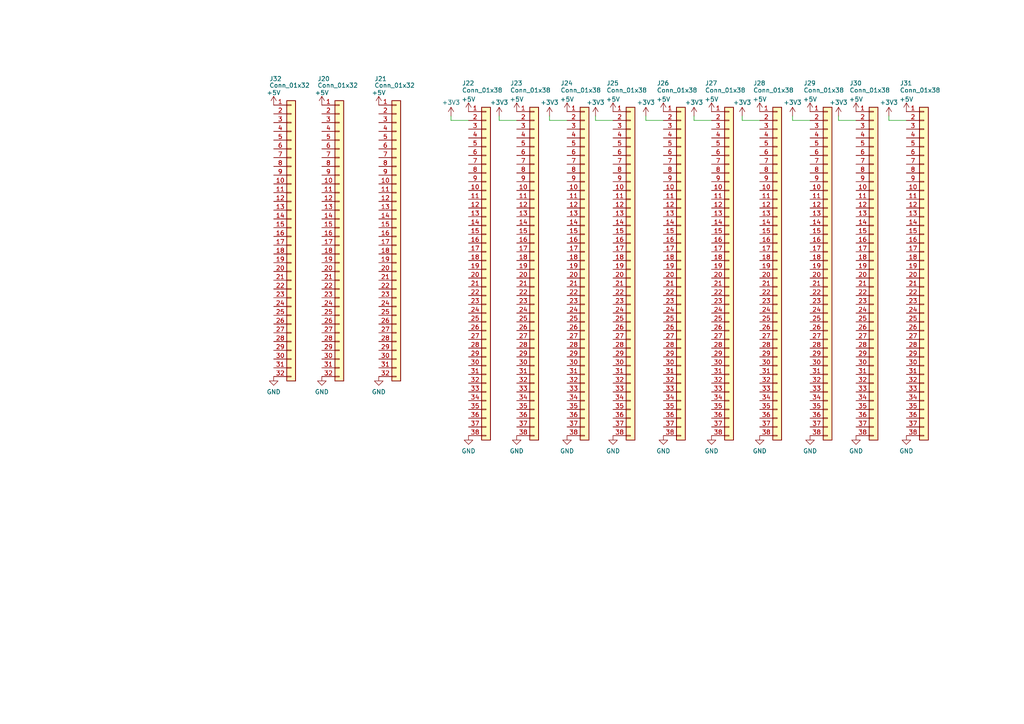
<source format=kicad_sch>
(kicad_sch (version 20230121) (generator eeschema)
  (paper "A4")
  (title_block (title "Unicomp v2 - RAMROM Board") (date "2023-07-06") (rev "v1") (company "100% Offner") (comment 1 "v1: Initial"))
  (lib_symbols
    (symbol "Connector_Generic:Conn_01x32" (pin_names (offset 1.016) hide)
      (property "Reference" "J" (at 0 40.64 0))
      (property "Value" "Conn_01x32" (at 0 -43.18 0))
      (symbol "Conn_01x32_1_1"
        (rectangle (start -1.27 -40.513) (end 0 -40.767) (stroke (width 0.1524)))
        (rectangle (start -1.27 -37.973) (end 0 -38.227) (stroke (width 0.1524)))
        (rectangle (start -1.27 -35.433) (end 0 -35.687) (stroke (width 0.1524)))
        (rectangle (start -1.27 -32.893) (end 0 -33.147) (stroke (width 0.1524)))
        (rectangle (start -1.27 -30.353) (end 0 -30.607) (stroke (width 0.1524)))
        (rectangle (start -1.27 -27.813) (end 0 -28.067) (stroke (width 0.1524)))
        (rectangle (start -1.27 -25.273) (end 0 -25.527) (stroke (width 0.1524)))
        (rectangle (start -1.27 -22.733) (end 0 -22.987) (stroke (width 0.1524)))
        (rectangle (start -1.27 -20.193) (end 0 -20.447) (stroke (width 0.1524)))
        (rectangle (start -1.27 -17.653) (end 0 -17.907) (stroke (width 0.1524)))
        (rectangle (start -1.27 -15.113) (end 0 -15.367) (stroke (width 0.1524)))
        (rectangle (start -1.27 -12.573) (end 0 -12.827) (stroke (width 0.1524)))
        (rectangle (start -1.27 -10.033) (end 0 -10.287) (stroke (width 0.1524)))
        (rectangle (start -1.27 -7.493) (end 0 -7.747) (stroke (width 0.1524)))
        (rectangle (start -1.27 -4.953) (end 0 -5.207) (stroke (width 0.1524)))
        (rectangle (start -1.27 -2.413) (end 0 -2.667) (stroke (width 0.1524)))
        (rectangle (start -1.27 0.127) (end 0 -0.127) (stroke (width 0.1524)))
        (rectangle (start -1.27 2.667) (end 0 2.413) (stroke (width 0.1524)))
        (rectangle (start -1.27 5.207) (end 0 4.953) (stroke (width 0.1524)))
        (rectangle (start -1.27 7.747) (end 0 7.493) (stroke (width 0.1524)))
        (rectangle (start -1.27 10.287) (end 0 10.033) (stroke (width 0.1524)))
        (rectangle (start -1.27 12.827) (end 0 12.573) (stroke (width 0.1524)))
        (rectangle (start -1.27 15.367) (end 0 15.113) (stroke (width 0.1524)))
        (rectangle (start -1.27 17.907) (end 0 17.653) (stroke (width 0.1524)))
        (rectangle (start -1.27 20.447) (end 0 20.193) (stroke (width 0.1524)))
        (rectangle (start -1.27 22.987) (end 0 22.733) (stroke (width 0.1524)))
        (rectangle (start -1.27 25.527) (end 0 25.273) (stroke (width 0.1524)))
        (rectangle (start -1.27 28.067) (end 0 27.813) (stroke (width 0.1524)))
        (rectangle (start -1.27 30.607) (end 0 30.353) (stroke (width 0.1524)))
        (rectangle (start -1.27 33.147) (end 0 32.893) (stroke (width 0.1524)))
        (rectangle (start -1.27 35.687) (end 0 35.433) (stroke (width 0.1524)))
        (rectangle (start -1.27 38.227) (end 0 37.973) (stroke (width 0.1524)))
        (rectangle (start -1.27 39.37) (end 1.27 -41.91) (stroke (width 0.254)) (fill (type background)))
        (pin passive line (at -5.08 38.1 0) (length 3.81) (name "Pin_1") (number "1"))
        (pin passive line (at -5.08 15.24 0) (length 3.81) (name "Pin_10") (number "10"))
        (pin passive line (at -5.08 12.7 0) (length 3.81) (name "Pin_11") (number "11"))
        (pin passive line (at -5.08 10.16 0) (length 3.81) (name "Pin_12") (number "12"))
        (pin passive line (at -5.08 7.62 0) (length 3.81) (name "Pin_13") (number "13"))
        (pin passive line (at -5.08 5.08 0) (length 3.81) (name "Pin_14") (number "14"))
        (pin passive line (at -5.08 2.54 0) (length 3.81) (name "Pin_15") (number "15"))
        (pin passive line (at -5.08 0 0) (length 3.81) (name "Pin_16") (number "16"))
        (pin passive line (at -5.08 -2.54 0) (length 3.81) (name "Pin_17") (number "17"))
        (pin passive line (at -5.08 -5.08 0) (length 3.81) (name "Pin_18") (number "18"))
        (pin passive line (at -5.08 -7.62 0) (length 3.81) (name "Pin_19") (number "19"))
        (pin passive line (at -5.08 35.56 0) (length 3.81) (name "Pin_2") (number "2"))
        (pin passive line (at -5.08 -10.16 0) (length 3.81) (name "Pin_20") (number "20"))
        (pin passive line (at -5.08 -12.7 0) (length 3.81) (name "Pin_21") (number "21"))
        (pin passive line (at -5.08 -15.24 0) (length 3.81) (name "Pin_22") (number "22"))
        (pin passive line (at -5.08 -17.78 0) (length 3.81) (name "Pin_23") (number "23"))
        (pin passive line (at -5.08 -20.32 0) (length 3.81) (name "Pin_24") (number "24"))
        (pin passive line (at -5.08 -22.86 0) (length 3.81) (name "Pin_25") (number "25"))
        (pin passive line (at -5.08 -25.4 0) (length 3.81) (name "Pin_26") (number "26"))
        (pin passive line (at -5.08 -27.94 0) (length 3.81) (name "Pin_27") (number "27"))
        (pin passive line (at -5.08 -30.48 0) (length 3.81) (name "Pin_28") (number "28"))
        (pin passive line (at -5.08 -33.02 0) (length 3.81) (name "Pin_29") (number "29"))
        (pin passive line (at -5.08 33.02 0) (length 3.81) (name "Pin_3") (number "3"))
        (pin passive line (at -5.08 -35.56 0) (length 3.81) (name "Pin_30") (number "30"))
        (pin passive line (at -5.08 -38.1 0) (length 3.81) (name "Pin_31") (number "31"))
        (pin passive line (at -5.08 -40.64 0) (length 3.81) (name "Pin_32") (number "32"))
        (pin passive line (at -5.08 30.48 0) (length 3.81) (name "Pin_4") (number "4"))
        (pin passive line (at -5.08 27.94 0) (length 3.81) (name "Pin_5") (number "5"))
        (pin passive line (at -5.08 25.4 0) (length 3.81) (name "Pin_6") (number "6"))
        (pin passive line (at -5.08 22.86 0) (length 3.81) (name "Pin_7") (number "7"))
        (pin passive line (at -5.08 20.32 0) (length 3.81) (name "Pin_8") (number "8"))
        (pin passive line (at -5.08 17.78 0) (length 3.81) (name "Pin_9") (number "9"))
      )
    )
    (symbol "Connector_Generic:Conn_01x38" (pin_names (offset 1.016) hide)
      (property "Reference" "J" (at 0 48.26 0))
      (property "Value" "Conn_01x38" (at 0 -50.8 0))
      (symbol "Conn_01x38_1_1"
        (rectangle (start -1.27 -48.133) (end 0 -48.387) (stroke (width 0.1524)))
        (rectangle (start -1.27 -45.593) (end 0 -45.847) (stroke (width 0.1524)))
        (rectangle (start -1.27 -43.053) (end 0 -43.307) (stroke (width 0.1524)))
        (rectangle (start -1.27 -40.513) (end 0 -40.767) (stroke (width 0.1524)))
        (rectangle (start -1.27 -37.973) (end 0 -38.227) (stroke (width 0.1524)))
        (rectangle (start -1.27 -35.433) (end 0 -35.687) (stroke (width 0.1524)))
        (rectangle (start -1.27 -32.893) (end 0 -33.147) (stroke (width 0.1524)))
        (rectangle (start -1.27 -30.353) (end 0 -30.607) (stroke (width 0.1524)))
        (rectangle (start -1.27 -27.813) (end 0 -28.067) (stroke (width 0.1524)))
        (rectangle (start -1.27 -25.273) (end 0 -25.527) (stroke (width 0.1524)))
        (rectangle (start -1.27 -22.733) (end 0 -22.987) (stroke (width 0.1524)))
        (rectangle (start -1.27 -20.193) (end 0 -20.447) (stroke (width 0.1524)))
        (rectangle (start -1.27 -17.653) (end 0 -17.907) (stroke (width 0.1524)))
        (rectangle (start -1.27 -15.113) (end 0 -15.367) (stroke (width 0.1524)))
        (rectangle (start -1.27 -12.573) (end 0 -12.827) (stroke (width 0.1524)))
        (rectangle (start -1.27 -10.033) (end 0 -10.287) (stroke (width 0.1524)))
        (rectangle (start -1.27 -7.493) (end 0 -7.747) (stroke (width 0.1524)))
        (rectangle (start -1.27 -4.953) (end 0 -5.207) (stroke (width 0.1524)))
        (rectangle (start -1.27 -2.413) (end 0 -2.667) (stroke (width 0.1524)))
        (rectangle (start -1.27 0.127) (end 0 -0.127) (stroke (width 0.1524)))
        (rectangle (start -1.27 2.667) (end 0 2.413) (stroke (width 0.1524)))
        (rectangle (start -1.27 5.207) (end 0 4.953) (stroke (width 0.1524)))
        (rectangle (start -1.27 7.747) (end 0 7.493) (stroke (width 0.1524)))
        (rectangle (start -1.27 10.287) (end 0 10.033) (stroke (width 0.1524)))
        (rectangle (start -1.27 12.827) (end 0 12.573) (stroke (width 0.1524)))
        (rectangle (start -1.27 15.367) (end 0 15.113) (stroke (width 0.1524)))
        (rectangle (start -1.27 17.907) (end 0 17.653) (stroke (width 0.1524)))
        (rectangle (start -1.27 20.447) (end 0 20.193) (stroke (width 0.1524)))
        (rectangle (start -1.27 22.987) (end 0 22.733) (stroke (width 0.1524)))
        (rectangle (start -1.27 25.527) (end 0 25.273) (stroke (width 0.1524)))
        (rectangle (start -1.27 28.067) (end 0 27.813) (stroke (width 0.1524)))
        (rectangle (start -1.27 30.607) (end 0 30.353) (stroke (width 0.1524)))
        (rectangle (start -1.27 33.147) (end 0 32.893) (stroke (width 0.1524)))
        (rectangle (start -1.27 35.687) (end 0 35.433) (stroke (width 0.1524)))
        (rectangle (start -1.27 38.227) (end 0 37.973) (stroke (width 0.1524)))
        (rectangle (start -1.27 40.767) (end 0 40.513) (stroke (width 0.1524)))
        (rectangle (start -1.27 43.307) (end 0 43.053) (stroke (width 0.1524)))
        (rectangle (start -1.27 45.847) (end 0 45.593) (stroke (width 0.1524)))
        (rectangle (start -1.27 46.99) (end 1.27 -49.53) (stroke (width 0.254)) (fill (type background)))
        (pin passive line (at -5.08 45.72 0) (length 3.81) (name "Pin_1") (number "1"))
        (pin passive line (at -5.08 22.86 0) (length 3.81) (name "Pin_10") (number "10"))
        (pin passive line (at -5.08 20.32 0) (length 3.81) (name "Pin_11") (number "11"))
        (pin passive line (at -5.08 17.78 0) (length 3.81) (name "Pin_12") (number "12"))
        (pin passive line (at -5.08 15.24 0) (length 3.81) (name "Pin_13") (number "13"))
        (pin passive line (at -5.08 12.7 0) (length 3.81) (name "Pin_14") (number "14"))
        (pin passive line (at -5.08 10.16 0) (length 3.81) (name "Pin_15") (number "15"))
        (pin passive line (at -5.08 7.62 0) (length 3.81) (name "Pin_16") (number "16"))
        (pin passive line (at -5.08 5.08 0) (length 3.81) (name "Pin_17") (number "17"))
        (pin passive line (at -5.08 2.54 0) (length 3.81) (name "Pin_18") (number "18"))
        (pin passive line (at -5.08 0 0) (length 3.81) (name "Pin_19") (number "19"))
        (pin passive line (at -5.08 43.18 0) (length 3.81) (name "Pin_2") (number "2"))
        (pin passive line (at -5.08 -2.54 0) (length 3.81) (name "Pin_20") (number "20"))
        (pin passive line (at -5.08 -5.08 0) (length 3.81) (name "Pin_21") (number "21"))
        (pin passive line (at -5.08 -7.62 0) (length 3.81) (name "Pin_22") (number "22"))
        (pin passive line (at -5.08 -10.16 0) (length 3.81) (name "Pin_23") (number "23"))
        (pin passive line (at -5.08 -12.7 0) (length 3.81) (name "Pin_24") (number "24"))
        (pin passive line (at -5.08 -15.24 0) (length 3.81) (name "Pin_25") (number "25"))
        (pin passive line (at -5.08 -17.78 0) (length 3.81) (name "Pin_26") (number "26"))
        (pin passive line (at -5.08 -20.32 0) (length 3.81) (name "Pin_27") (number "27"))
        (pin passive line (at -5.08 -22.86 0) (length 3.81) (name "Pin_28") (number "28"))
        (pin passive line (at -5.08 -25.4 0) (length 3.81) (name "Pin_29") (number "29"))
        (pin passive line (at -5.08 40.64 0) (length 3.81) (name "Pin_3") (number "3"))
        (pin passive line (at -5.08 -27.94 0) (length 3.81) (name "Pin_30") (number "30"))
        (pin passive line (at -5.08 -30.48 0) (length 3.81) (name "Pin_31") (number "31"))
        (pin passive line (at -5.08 -33.02 0) (length 3.81) (name "Pin_32") (number "32"))
        (pin passive line (at -5.08 -35.56 0) (length 3.81) (name "Pin_33") (number "33"))
        (pin passive line (at -5.08 -38.1 0) (length 3.81) (name "Pin_34") (number "34"))
        (pin passive line (at -5.08 -40.64 0) (length 3.81) (name "Pin_35") (number "35"))
        (pin passive line (at -5.08 -43.18 0) (length 3.81) (name "Pin_36") (number "36"))
        (pin passive line (at -5.08 -45.72 0) (length 3.81) (name "Pin_37") (number "37"))
        (pin passive line (at -5.08 -48.26 0) (length 3.81) (name "Pin_38") (number "38"))
        (pin passive line (at -5.08 38.1 0) (length 3.81) (name "Pin_4") (number "4"))
        (pin passive line (at -5.08 35.56 0) (length 3.81) (name "Pin_5") (number "5"))
        (pin passive line (at -5.08 33.02 0) (length 3.81) (name "Pin_6") (number "6"))
        (pin passive line (at -5.08 30.48 0) (length 3.81) (name "Pin_7") (number "7"))
        (pin passive line (at -5.08 27.94 0) (length 3.81) (name "Pin_8") (number "8"))
        (pin passive line (at -5.08 25.4 0) (length 3.81) (name "Pin_9") (number "9"))
      )
    )
    (symbol "power:+3V3" (power) (pin_names (offset 0))
      (property "Value" "+3V3" (at 0 3.556 0))
      (symbol "+3V3_0_1"
        (polyline (pts (xy -0.762 1.27) (xy 0 2.54)))
        (polyline (pts (xy 0 0) (xy 0 2.54)))
        (polyline (pts (xy 0 2.54) (xy 0.762 1.27)))
      )
      (symbol "+3V3_1_1"
        (pin power_in line (at 0 0 90) (length 0) hide (name "+3V3") (number "1"))
      )
    )
    (symbol "power:+5V" (power) (pin_names (offset 0))
      (property "Value" "+5V" (at 0 3.556 0))
      (symbol "+5V_0_1"
        (polyline (pts (xy -0.762 1.27) (xy 0 2.54)))
        (polyline (pts (xy 0 0) (xy 0 2.54)))
        (polyline (pts (xy 0 2.54) (xy 0.762 1.27)))
      )
      (symbol "+5V_1_1"
        (pin power_in line (at 0 0 90) (length 0) hide (name "+5V") (number "1"))
      )
    )
    (symbol "power:GND" (power) (pin_names (offset 0))
      (property "Value" "GND" (at 0 -3.81 0))
      (symbol "GND_0_1"
        (polyline (pts (xy 0 0) (xy 0 -1.27) (xy 1.27 -1.27) (xy 0 -2.54) (xy -1.27 -1.27) (xy 0 -1.27)))
      )
      (symbol "GND_1_1"
        (pin power_in line (at 0 0 270) (length 0) hide (name "GND") (number "1"))
      )
    )
  )
  (wire (pts (xy 144.78 34.925) (xy 149.86 34.925)))
  (wire (pts (xy 229.87 34.925) (xy 234.95 34.925)))
  (wire (pts (xy 130.81 34.925) (xy 135.89 34.925)))
  (wire (pts (xy 257.81 33.655) (xy 257.81 34.925)))
  (wire (pts (xy 159.385 34.925) (xy 164.465 34.925)))
  (wire (pts (xy 229.87 33.655) (xy 229.87 34.925)))
  (wire (pts (xy 172.72 34.925) (xy 177.8 34.925)))
  (wire (pts (xy 243.205 34.925) (xy 248.285 34.925)))
  (wire (pts (xy 159.385 33.655) (xy 159.385 34.925)))
  (wire (pts (xy 201.295 34.925) (xy 206.375 34.925)))
  (wire (pts (xy 187.325 33.655) (xy 187.325 34.925)))
  (wire (pts (xy 130.81 33.655) (xy 130.81 34.925)))
  (wire (pts (xy 215.265 33.655) (xy 215.265 34.925)))
  (wire (pts (xy 257.81 34.925) (xy 262.89 34.925)))
  (wire (pts (xy 215.265 34.925) (xy 220.345 34.925)))
  (wire (pts (xy 187.325 34.925) (xy 192.405 34.925)))
  (wire (pts (xy 144.78 33.655) (xy 144.78 34.925)))
  (wire (pts (xy 243.205 33.655) (xy 243.205 34.925)))
  (wire (pts (xy 201.295 33.655) (xy 201.295 34.925)))
  (wire (pts (xy 172.72 33.655) (xy 172.72 34.925)))
  (symbol (lib_id "power:+5V") (at 79.375 30.48 0) (unit 1)
    (property "Reference" "#PWR062" (effects hide))
    (property "Value" "+5V" (at 79.375 26.9042 0))
  )
  (symbol (lib_id "Connector_Generic:Conn_01x38") (at 197.485 78.105 0) (unit 1)
    (property "Reference" "J26" (at 190.5 24.13 0) (effects (justify left)))
    (property "Value" "Conn_01x38" (at 190.5 26.178 0) (effects (justify left)))
    (property "Footprint" "Connector_PinHeader_2.54mm:PinHeader_1x38_P2.54mm_Vertical" (effects hide))
  )
  (symbol (lib_id "power:+5V") (at 262.89 32.385 0) (unit 1)
    (property "Reference" "#PWR0112" (effects hide))
    (property "Value" "+5V" (at 262.89 28.8092 0))
  )
  (symbol (lib_id "power:GND") (at 262.89 126.365 0) (mirror y) (unit 1)
    (property "Reference" "#PWR0104" (effects hide))
    (property "Value" "GND" (at 262.89 130.8084 0))
  )
  (symbol (lib_id "power:+3V3") (at 187.325 33.655 0) (unit 1)
    (property "Reference" "#PWR056" (effects hide))
    (property "Value" "+3V3" (at 187.325 29.71 0))
  )
  (symbol (lib_id "Connector_Generic:Conn_01x38") (at 154.94 78.105 0) (unit 1)
    (property "Reference" "J23" (at 147.955 24.13 0) (effects (justify left)))
    (property "Value" "Conn_01x38" (at 147.955 26.178 0) (effects (justify left)))
    (property "Footprint" "Connector_PinHeader_2.54mm:PinHeader_1x38_P2.54mm_Vertical" (effects hide))
  )
  (symbol (lib_id "power:GND") (at 135.89 126.365 0) (mirror y) (unit 1)
    (property "Reference" "#PWR061" (effects hide))
    (property "Value" "GND" (at 135.89 130.8084 0))
  )
  (symbol (lib_id "Connector_Generic:Conn_01x38") (at 240.03 78.105 0) (unit 1)
    (property "Reference" "J29" (at 233.045 24.13 0) (effects (justify left)))
    (property "Value" "Conn_01x38" (at 233.045 26.178 0) (effects (justify left)))
    (property "Footprint" "Connector_PinHeader_2.54mm:PinHeader_1x38_P2.54mm_Vertical" (effects hide))
  )
  (symbol (lib_id "power:+5V") (at 248.285 32.385 0) (unit 1)
    (property "Reference" "#PWR0113" (effects hide))
    (property "Value" "+5V" (at 248.285 28.8092 0))
  )
  (symbol (lib_id "power:+3V3") (at 229.87 33.655 0) (unit 1)
    (property "Reference" "#PWR0111" (effects hide))
    (property "Value" "+3V3" (at 229.87 29.71 0))
  )
  (symbol (lib_id "power:GND") (at 177.8 126.365 0) (mirror y) (unit 1)
    (property "Reference" "#PWR057" (effects hide))
    (property "Value" "GND" (at 177.8 130.8084 0))
  )
  (symbol (lib_id "power:+5V") (at 109.855 30.48 0) (unit 1)
    (property "Reference" "#PWR04" (effects hide))
    (property "Value" "+5V" (at 109.855 26.9042 0))
  )
  (symbol (lib_id "power:GND") (at 234.95 126.365 0) (mirror y) (unit 1)
    (property "Reference" "#PWR0106" (effects hide))
    (property "Value" "GND" (at 234.95 130.8084 0))
  )
  (symbol (lib_id "Connector_Generic:Conn_01x38") (at 169.545 78.105 0) (unit 1)
    (property "Reference" "J24" (at 162.56 24.13 0) (effects (justify left)))
    (property "Value" "Conn_01x38" (at 162.56 26.178 0) (effects (justify left)))
    (property "Footprint" "Connector_PinHeader_2.54mm:PinHeader_1x38_P2.54mm_Vertical" (effects hide))
  )
  (symbol (lib_id "power:+5V") (at 177.8 32.385 0) (unit 1)
    (property "Reference" "#PWR043" (effects hide))
    (property "Value" "+5V" (at 177.8 28.8092 0))
  )
  (symbol (lib_id "Connector_Generic:Conn_01x38") (at 140.97 78.105 0) (unit 1)
    (property "Reference" "J22" (at 133.985 24.13 0) (effects (justify left)))
    (property "Value" "Conn_01x38" (at 133.985 26.178 0) (effects (justify left)))
    (property "Footprint" "Connector_PinHeader_2.54mm:PinHeader_1x38_P2.54mm_Vertical" (effects hide))
  )
  (symbol (lib_id "Connector_Generic:Conn_01x38") (at 211.455 78.105 0) (unit 1)
    (property "Reference" "J27" (at 204.47 24.13 0) (effects (justify left)))
    (property "Value" "Conn_01x38" (at 204.47 26.178 0) (effects (justify left)))
    (property "Footprint" "Connector_PinHeader_2.54mm:PinHeader_1x38_P2.54mm_Vertical" (effects hide))
  )
  (symbol (lib_id "power:+3V3") (at 243.205 33.655 0) (unit 1)
    (property "Reference" "#PWR0115" (effects hide))
    (property "Value" "+3V3" (at 243.205 29.71 0))
  )
  (symbol (lib_id "power:+3V3") (at 159.385 33.655 0) (unit 1)
    (property "Reference" "#PWR041" (effects hide))
    (property "Value" "+3V3" (at 159.385 29.71 0))
  )
  (symbol (lib_id "power:GND") (at 93.345 109.22 0) (mirror y) (unit 1)
    (property "Reference" "#PWR016" (effects hide))
    (property "Value" "GND" (at 93.345 113.6634 0))
  )
  (symbol (lib_id "power:+5V") (at 135.89 32.385 0) (unit 1)
    (property "Reference" "#PWR059" (effects hide))
    (property "Value" "+5V" (at 135.89 28.8092 0))
  )
  (symbol (lib_id "power:+5V") (at 234.95 32.385 0) (unit 1)
    (property "Reference" "#PWR0107" (effects hide))
    (property "Value" "+5V" (at 234.95 28.8092 0))
  )
  (symbol (lib_id "Connector_Generic:Conn_01x38") (at 225.425 78.105 0) (unit 1)
    (property "Reference" "J28" (at 218.44 24.13 0) (effects (justify left)))
    (property "Value" "Conn_01x38" (at 218.44 26.178 0) (effects (justify left)))
    (property "Footprint" "Connector_PinHeader_2.54mm:PinHeader_1x38_P2.54mm_Vertical" (effects hide))
  )
  (symbol (lib_id "power:GND") (at 164.465 126.365 0) (mirror y) (unit 1)
    (property "Reference" "#PWR042" (effects hide))
    (property "Value" "GND" (at 164.465 130.8084 0))
  )
  (symbol (lib_id "power:+5V") (at 149.86 32.385 0) (unit 1)
    (property "Reference" "#PWR07" (effects hide))
    (property "Value" "+5V" (at 149.86 28.8092 0))
  )
  (symbol (lib_id "power:+3V3") (at 201.295 33.655 0) (unit 1)
    (property "Reference" "#PWR0101" (effects hide))
    (property "Value" "+3V3" (at 201.295 29.71 0))
  )
  (symbol (lib_id "power:+5V") (at 206.375 32.385 0) (unit 1)
    (property "Reference" "#PWR0108" (effects hide))
    (property "Value" "+5V" (at 206.375 28.8092 0))
  )
  (symbol (lib_id "Connector_Generic:Conn_01x32") (at 114.935 68.58 0) (unit 1)
    (property "Reference" "J21" (at 108.585 22.86 0) (effects (justify left)))
    (property "Value" "Conn_01x32" (at 108.585 24.765 0) (effects (justify left)))
    (property "Footprint" "Connector_PinHeader_2.54mm:PinHeader_1x32_P2.54mm_Vertical" (effects hide))
  )
  (symbol (lib_id "power:GND") (at 192.405 126.365 0) (mirror y) (unit 1)
    (property "Reference" "#PWR058" (effects hide))
    (property "Value" "GND" (at 192.405 130.8084 0))
  )
  (symbol (lib_id "power:+5V") (at 220.345 32.385 0) (unit 1)
    (property "Reference" "#PWR0110" (effects hide))
    (property "Value" "+5V" (at 220.345 28.8092 0))
  )
  (symbol (lib_id "Connector_Generic:Conn_01x32") (at 84.455 68.58 0) (unit 1)
    (property "Reference" "J32" (at 78.105 22.86 0) (effects (justify left)))
    (property "Value" "Conn_01x32" (at 78.105 24.7619 0) (effects (justify left)))
    (property "Footprint" "Connector_PinHeader_2.54mm:PinHeader_1x32_P2.54mm_Vertical" (effects hide))
  )
  (symbol (lib_id "power:+5V") (at 192.405 32.385 0) (unit 1)
    (property "Reference" "#PWR044" (effects hide))
    (property "Value" "+5V" (at 192.405 28.8092 0))
  )
  (symbol (lib_id "power:+3V3") (at 144.78 33.655 0) (unit 1)
    (property "Reference" "#PWR09" (effects hide))
    (property "Value" "+3V3" (at 144.78 29.71 0))
  )
  (symbol (lib_id "power:+3V3") (at 257.81 33.655 0) (unit 1)
    (property "Reference" "#PWR0114" (effects hide))
    (property "Value" "+3V3" (at 257.81 29.71 0))
  )
  (symbol (lib_id "power:GND") (at 79.375 109.22 0) (mirror y) (unit 1)
    (property "Reference" "#PWR068" (effects hide))
    (property "Value" "GND" (at 79.375 113.6634 0))
  )
  (symbol (lib_id "Connector_Generic:Conn_01x38") (at 267.97 78.105 0) (unit 1)
    (property "Reference" "J31" (at 260.985 24.13 0) (effects (justify left)))
    (property "Value" "Conn_01x38" (at 260.985 26.178 0) (effects (justify left)))
    (property "Footprint" "Connector_PinHeader_2.54mm:PinHeader_1x38_P2.54mm_Vertical" (effects hide))
  )
  (symbol (lib_id "Connector_Generic:Conn_01x38") (at 253.365 78.105 0) (unit 1)
    (property "Reference" "J30" (at 246.38 24.13 0) (effects (justify left)))
    (property "Value" "Conn_01x38" (at 246.38 26.178 0) (effects (justify left)))
    (property "Footprint" "Connector_PinHeader_2.54mm:PinHeader_1x38_P2.54mm_Vertical" (effects hide))
  )
  (symbol (lib_id "power:+3V3") (at 130.81 33.655 0) (unit 1)
    (property "Reference" "#PWR060" (effects hide))
    (property "Value" "+3V3" (at 130.81 29.71 0))
  )
  (symbol (lib_id "power:+5V") (at 164.465 32.385 0) (unit 1)
    (property "Reference" "#PWR017" (effects hide))
    (property "Value" "+5V" (at 164.465 28.8092 0))
  )
  (symbol (lib_id "Connector_Generic:Conn_01x38") (at 182.88 78.105 0) (unit 1)
    (property "Reference" "J25" (at 175.895 24.13 0) (effects (justify left)))
    (property "Value" "Conn_01x38" (at 175.895 26.178 0) (effects (justify left)))
    (property "Footprint" "Connector_PinHeader_2.54mm:PinHeader_1x38_P2.54mm_Vertical" (effects hide))
  )
  (symbol (lib_id "power:GND") (at 149.86 126.365 0) (mirror y) (unit 1)
    (property "Reference" "#PWR040" (effects hide))
    (property "Value" "GND" (at 149.86 130.8084 0))
  )
  (symbol (lib_id "power:+3V3") (at 172.72 33.655 0) (unit 1)
    (property "Reference" "#PWR055" (effects hide))
    (property "Value" "+3V3" (at 172.72 29.71 0))
  )
  (symbol (lib_id "power:GND") (at 109.855 109.22 0) (mirror y) (unit 1)
    (property "Reference" "#PWR015" (effects hide))
    (property "Value" "GND" (at 109.855 113.6634 0))
  )
  (symbol (lib_id "power:GND") (at 206.375 126.365 0) (mirror y) (unit 1)
    (property "Reference" "#PWR0102" (effects hide))
    (property "Value" "GND" (at 206.375 130.8084 0))
  )
  (symbol (lib_id "power:+5V") (at 93.345 30.48 0) (unit 1)
    (property "Reference" "#PWR039" (effects hide))
    (property "Value" "+5V" (at 93.345 26.9042 0))
  )
  (symbol (lib_id "power:+3V3") (at 215.265 33.655 0) (unit 1)
    (property "Reference" "#PWR0109" (effects hide))
    (property "Value" "+3V3" (at 215.265 29.71 0))
  )
  (symbol (lib_id "power:GND") (at 248.285 126.365 0) (mirror y) (unit 1)
    (property "Reference" "#PWR0105" (effects hide))
    (property "Value" "GND" (at 248.285 130.8084 0))
  )
  (symbol (lib_id "power:GND") (at 220.345 126.365 0) (mirror y) (unit 1)
    (property "Reference" "#PWR0103" (effects hide))
    (property "Value" "GND" (at 220.345 130.8084 0))
  )
  (symbol (lib_id "Connector_Generic:Conn_01x32") (at 98.425 68.58 0) (unit 1)
    (property "Reference" "J20" (at 92.075 22.86 0) (effects (justify left)))
    (property "Value" "Conn_01x32" (at 92.075 24.7619 0) (effects (justify left)))
    (property "Footprint" "Connector_PinHeader_2.54mm:PinHeader_1x32_P2.54mm_Vertical" (effects hide))
  )
)
</source>
